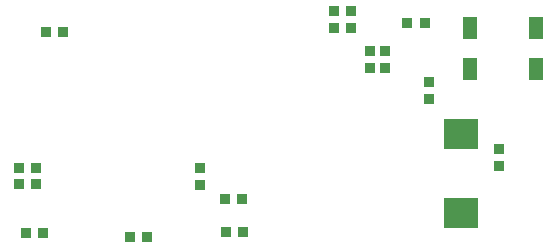
<source format=gbp>
G04*
G04 #@! TF.GenerationSoftware,Altium Limited,Altium Designer,21.0.8 (223)*
G04*
G04 Layer_Color=128*
%FSLAX44Y44*%
%MOMM*%
G71*
G04*
G04 #@! TF.SameCoordinates,2EEA6137-B325-4497-8457-BD4E04CF0BC7*
G04*
G04*
G04 #@! TF.FilePolarity,Positive*
G04*
G01*
G75*
%ADD16R,0.9000X0.9500*%
%ADD20R,0.9500X0.9000*%
%ADD59R,1.3000X1.9000*%
%ADD60R,3.0000X2.6000*%
D16*
X329000Y322500D02*
D03*
Y308000D02*
D03*
X316000Y307500D02*
D03*
Y322000D02*
D03*
X172000Y208750D02*
D03*
Y223250D02*
D03*
X425000Y239250D02*
D03*
Y224750D02*
D03*
X366000Y281500D02*
D03*
Y296000D02*
D03*
D20*
X18750Y210000D02*
D03*
X33250D02*
D03*
Y223000D02*
D03*
X18750D02*
D03*
X208250Y169000D02*
D03*
X193750D02*
D03*
X207797Y197000D02*
D03*
X193297D02*
D03*
X300250Y342000D02*
D03*
X285750D02*
D03*
X300250Y356000D02*
D03*
X285750D02*
D03*
X347750Y346000D02*
D03*
X362250D02*
D03*
X39250Y168000D02*
D03*
X24750D02*
D03*
X41750Y338000D02*
D03*
X56250D02*
D03*
X112750Y165000D02*
D03*
X127250D02*
D03*
D59*
X400500Y307250D02*
D03*
X456750D02*
D03*
Y341750D02*
D03*
X400500Y341750D02*
D03*
D60*
X393000Y252000D02*
D03*
Y185000D02*
D03*
M02*

</source>
